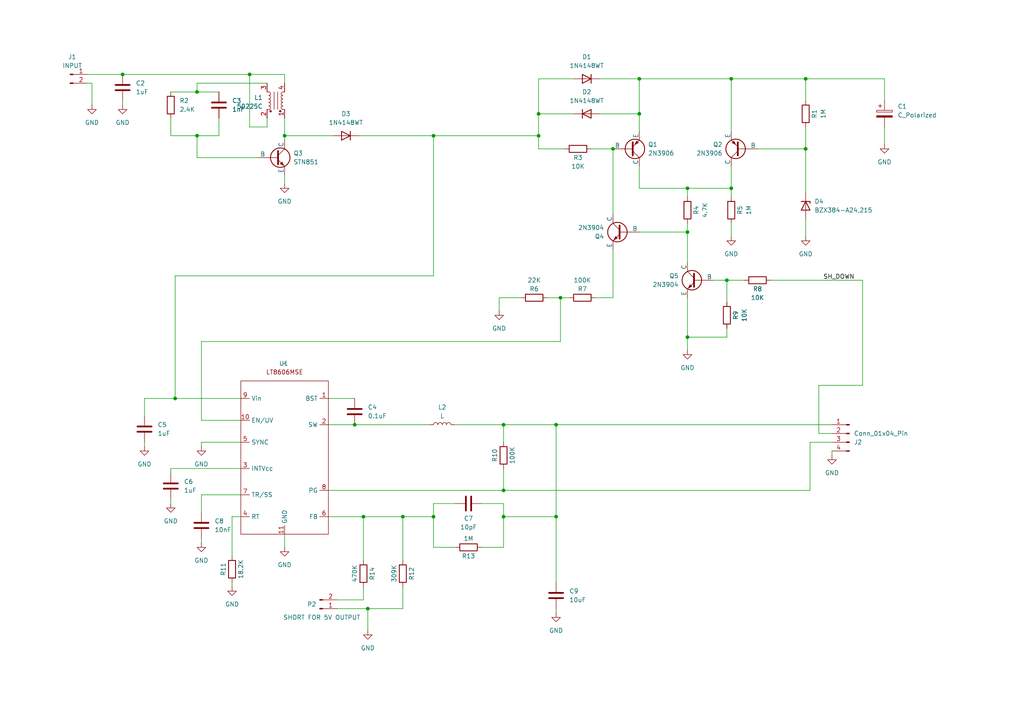
<source format=kicad_sch>
(kicad_sch (version 20231120) (generator "eeschema") (generator_version "8.0")
  (paper "A4")
  (title_block (title "PPP - PicoPowerPlant  ") (date "2024-09-03") (rev "2.0") (company "Solarpunk Lab"))
  (lib_symbols
    (symbol "Connector:Conn_01x02_Pin" (pin_names (offset 1.016) hide)
      (property "Reference" "J" (at 0 2.54 0))
      (property "Value" "Conn_01x02_Pin" (at 0 -5.08 0))
      (symbol "Conn_01x02_Pin_1_1"
        (polyline (pts (xy 1.27 -2.54) (xy 0.8636 -2.54)) (stroke (width 0.1524)))
        (polyline (pts (xy 1.27 0) (xy 0.8636 0)) (stroke (width 0.1524)))
        (rectangle (start 0.8636 -2.413) (end 0 -2.667) (stroke (width 0.1524)) (fill (type outline)))
        (rectangle (start 0.8636 0.127) (end 0 -0.127) (stroke (width 0.1524)) (fill (type outline)))
        (pin passive line (at 5.08 0 180) (length 3.81) (name "Pin_1") (number "1"))
        (pin passive line (at 5.08 -2.54 180) (length 3.81) (name "Pin_2") (number "2"))
      )
    )
    (symbol "Connector:Conn_01x04_Pin" (pin_names (offset 1.016) hide)
      (property "Reference" "J" (at 0 5.08 0))
      (property "Value" "Conn_01x04_Pin" (at 0 -7.62 0))
      (symbol "Conn_01x04_Pin_1_1"
        (polyline (pts (xy 1.27 -5.08) (xy 0.8636 -5.08)) (stroke (width 0.1524)))
        (polyline (pts (xy 1.27 -2.54) (xy 0.8636 -2.54)) (stroke (width 0.1524)))
        (polyline (pts (xy 1.27 0) (xy 0.8636 0)) (stroke (width 0.1524)))
        (polyline (pts (xy 1.27 2.54) (xy 0.8636 2.54)) (stroke (width 0.1524)))
        (rectangle (start 0.8636 -4.953) (end 0 -5.207) (stroke (width 0.1524)) (fill (type outline)))
        (rectangle (start 0.8636 -2.413) (end 0 -2.667) (stroke (width 0.1524)) (fill (type outline)))
        (rectangle (start 0.8636 0.127) (end 0 -0.127) (stroke (width 0.1524)) (fill (type outline)))
        (rectangle (start 0.8636 2.667) (end 0 2.413) (stroke (width 0.1524)) (fill (type outline)))
        (pin passive line (at 5.08 2.54 180) (length 3.81) (name "Pin_1") (number "1"))
        (pin passive line (at 5.08 0 180) (length 3.81) (name "Pin_2") (number "2"))
        (pin passive line (at 5.08 -2.54 180) (length 3.81) (name "Pin_3") (number "3"))
        (pin passive line (at 5.08 -5.08 180) (length 3.81) (name "Pin_4") (number "4"))
      )
    )
    (symbol "Device:C" (pin_numbers hide) (pin_names (offset 0.254))
      (property "Reference" "C" (at 0.635 2.54 0))
      (property "Value" "C" (at 0.635 -2.54 0))
      (symbol "C_0_1"
        (polyline (pts (xy -2.032 -0.762) (xy 2.032 -0.762)) (stroke (width 0.508)))
        (polyline (pts (xy -2.032 0.762) (xy 2.032 0.762)) (stroke (width 0.508)))
      )
      (symbol "C_1_1"
        (pin passive line (at 0 3.81 270) (length 2.794) (name "~") (number "1"))
        (pin passive line (at 0 -3.81 90) (length 2.794) (name "~") (number "2"))
      )
    )
    (symbol "Device:C_Polarized" (pin_numbers hide) (pin_names (offset 0.254))
      (property "Reference" "C" (at 0.635 2.54 0))
      (property "Value" "C_Polarized" (at 0.635 -2.54 0))
      (symbol "C_Polarized_0_1"
        (rectangle (start -2.286 0.508) (end 2.286 1.016))
        (polyline (pts (xy -1.778 2.286) (xy -0.762 2.286)))
        (polyline (pts (xy -1.27 2.794) (xy -1.27 1.778)))
        (rectangle (start 2.286 -0.508) (end -2.286 -1.016) (fill (type outline)))
      )
      (symbol "C_Polarized_1_1"
        (pin passive line (at 0 3.81 270) (length 2.794) (name "~") (number "1"))
        (pin passive line (at 0 -3.81 90) (length 2.794) (name "~") (number "2"))
      )
    )
    (symbol "Device:Filter_EMI_LL_1423" (pin_names hide)
      (property "Reference" "FL" (at 0 4.445 0))
      (property "Value" "Filter_EMI_LL_1423" (at 0 -4.445 0))
      (symbol "Filter_EMI_LL_1423_0_1"
        (circle (center -3.048 -1.27) (radius 0.254) (fill (type outline)))
        (circle (center -3.048 1.524) (radius 0.254) (fill (type outline)))
        (arc (start -2.54 2.032) (mid -2.032 1.5262) (end -1.524 2.032))
        (arc (start -1.524 -2.032) (mid -2.032 -1.5262) (end -2.54 -2.032))
        (arc (start -1.524 2.032) (mid -1.016 1.5262) (end -0.508 2.032))
        (arc (start -0.508 -2.032) (mid -1.016 -1.5262) (end -1.524 -2.032))
        (arc (start -0.508 2.032) (mid 0 1.5262) (end 0.508 2.032))
        (polyline (pts (xy -2.54 -2.032) (xy -2.54 -2.54)))
        (polyline (pts (xy -2.54 0.508) (xy 2.54 0.508)))
        (polyline (pts (xy -2.54 2.032) (xy -2.54 2.54)))
        (polyline (pts (xy 2.54 -2.032) (xy 2.54 -2.54)))
        (polyline (pts (xy 2.54 -0.508) (xy -2.54 -0.508)))
        (polyline (pts (xy 2.54 2.54) (xy 2.54 2.032)))
        (arc (start 0.508 -2.032) (mid 0 -1.5262) (end -0.508 -2.032))
        (arc (start 0.508 2.032) (mid 1.016 1.5262) (end 1.524 2.032))
        (arc (start 1.524 -2.032) (mid 1.016 -1.5262) (end 0.508 -2.032))
        (arc (start 1.524 2.032) (mid 2.032 1.5262) (end 2.54 2.032))
        (arc (start 2.54 -2.032) (mid 2.032 -1.5262) (end 1.524 -2.032))
      )
      (symbol "Filter_EMI_LL_1423_1_1"
        (pin passive line (at -5.08 -2.54 0) (length 2.54) (name "1") (number "1"))
        (pin passive line (at -5.08 2.54 0) (length 2.54) (name "2") (number "2"))
        (pin passive line (at 5.08 2.54 180) (length 2.54) (name "3") (number "3"))
        (pin passive line (at 5.08 -2.54 180) (length 2.54) (name "4") (number "4"))
      )
    )
    (symbol "Device:L" (pin_numbers hide) (pin_names (offset 1.016) hide)
      (property "Reference" "L" (at -1.27 0 90))
      (property "Value" "L" (at 1.905 0 90))
      (symbol "L_0_1"
        (arc (start 0 -2.54) (mid 0.6323 -1.905) (end 0 -1.27))
        (arc (start 0 -1.27) (mid 0.6323 -0.635) (end 0 0))
        (arc (start 0 0) (mid 0.6323 0.635) (end 0 1.27))
        (arc (start 0 1.27) (mid 0.6323 1.905) (end 0 2.54))
      )
      (symbol "L_1_1"
        (pin passive line (at 0 3.81 270) (length 1.27) (name "1") (number "1"))
        (pin passive line (at 0 -3.81 90) (length 1.27) (name "2") (number "2"))
      )
    )
    (symbol "Device:R" (pin_numbers hide) (pin_names (offset 0))
      (property "Reference" "R" (at 2.032 0 90))
      (property "Value" "R" (at 0 0 90))
      (symbol "R_0_1"
        (rectangle (start -1.016 -2.54) (end 1.016 2.54) (stroke (width 0.254)))
      )
      (symbol "R_1_1"
        (pin passive line (at 0 3.81 270) (length 1.27) (name "~") (number "1"))
        (pin passive line (at 0 -3.81 90) (length 1.27) (name "~") (number "2"))
      )
    )
    (symbol "Diode:1N4148WT" (pin_numbers hide) (pin_names hide)
      (property "Reference" "D" (at 0 2.54 0))
      (property "Value" "1N4148WT" (at 0 -2.54 0))
      (symbol "1N4148WT_0_1"
        (polyline (pts (xy -1.27 1.27) (xy -1.27 -1.27)) (stroke (width 0.254)))
        (polyline (pts (xy 1.27 0) (xy -1.27 0)))
        (polyline (pts (xy 1.27 1.27) (xy 1.27 -1.27) (xy -1.27 0) (xy 1.27 1.27)) (stroke (width 0.254)))
      )
      (symbol "1N4148WT_1_1"
        (pin passive line (at -3.81 0 0) (length 2.54) (name "K") (number "1"))
        (pin passive line (at 3.81 0 180) (length 2.54) (name "A") (number "2"))
      )
    )
    (symbol "Diode:BZX384xxxx" (pin_numbers hide) (pin_names hide)
      (property "Reference" "D" (at 0 2.54 0))
      (property "Value" "BZX384xxxx" (at 0 -2.54 0))
      (symbol "BZX384xxxx_0_1"
        (polyline (pts (xy 1.27 0) (xy -1.27 0)))
        (polyline (pts (xy -1.27 -1.27) (xy -1.27 1.27) (xy -0.762 1.27)) (stroke (width 0.254)))
        (polyline (pts (xy 1.27 -1.27) (xy 1.27 1.27) (xy -1.27 0) (xy 1.27 -1.27)) (stroke (width 0.254)))
      )
      (symbol "BZX384xxxx_1_1"
        (pin passive line (at -3.81 0 0) (length 2.54) (name "K") (number "1"))
        (pin passive line (at 3.81 0 180) (length 2.54) (name "A") (number "2"))
      )
    )
    (symbol "NPN_1" (pin_numbers hide) (pin_names (offset 0))
      (property "Reference" "Q3" (at 5.08 1.2701 0))
      (property "Value" "STN851" (at 5.08 -1.2699 0))
      (symbol "NPN_1_0_1"
        (polyline (pts (xy -2.54 0) (xy 0.635 0)) (stroke (width 0.1524)))
        (polyline (pts (xy 0.635 0.635) (xy 2.54 2.54)))
        (polyline (pts (xy 2.794 -1.27) (xy 2.794 -1.27)) (stroke (width 0.1524)))
        (polyline (pts (xy 2.794 -1.27) (xy 2.794 -1.27)) (stroke (width 0.1524)))
        (polyline (pts (xy 0.635 -0.635) (xy 2.54 -2.54) (xy 2.54 -2.54)))
        (polyline (pts (xy 0.635 1.905) (xy 0.635 -1.905) (xy 0.635 -1.905)) (stroke (width 0.508)))
        (polyline (pts (xy 1.27 -1.778) (xy 1.778 -1.27) (xy 2.286 -2.286) (xy 1.27 -1.778) (xy 1.27 -1.778)) (fill (type outline)))
        (circle (center 1.27 0) (radius 2.8194) (stroke (width 0.254)))
      )
      (symbol "NPN_1_1_1"
        (pin input line (at -5.08 0 0) (length 2.54) (name "B") (number "1"))
        (pin open_collector line (at 2.54 5.08 270) (length 2.54) (name "C") (number "2"))
        (pin open_emitter line (at 2.54 -5.08 90) (length 2.54) (name "E") (number "3"))
      )
    )
    (symbol "Regulator_Switching:LT8606MSEX"
      (property "Reference" "U1" (at 0 0 0))
      (property "Value" "~" (at 0 0 0))
      (symbol "LT8606MSEX_0_1"
        (rectangle (start -12.7 20.32) (end 12.7 -24.13))
      )
      (symbol "LT8606MSEX_1_1"
        (text "LT8606MSE" (at 0 22.86 0) (effects (font (size 1.27 1.27))))
        (pin input line (at 12.7 15.24 180) (length 2.54) (name "BST") (number "1"))
        (pin input line (at -12.7 8.89 0) (length 2.54) (name "EN/UV") (number "10"))
        (pin input line (at 0 -24.13 90) (length 2.54) (name "GND") (number "11"))
        (pin input line (at 12.7 7.62 180) (length 2.54) (name "SW") (number "2"))
        (pin input line (at -12.7 -5.08 0) (length 2.54) (name "INTVcc") (number "3"))
        (pin input line (at -12.7 -19.05 0) (length 2.54) (name "RT") (number "4"))
        (pin input line (at -12.7 2.54 0) (length 2.54) (name "SYNC") (number "5"))
        (pin input line (at 12.7 -19.05 180) (length 2.54) (name "FB") (number "6"))
        (pin input line (at -12.7 -12.7 0) (length 2.54) (name "TR/SS") (number "7"))
        (pin input line (at 12.7 -11.43 180) (length 2.54) (name "PG") (number "8"))
        (pin input line (at -12.7 15.24 0) (length 2.54) (name "Vin") (number "9"))
      )
    )
    (symbol "Simulation_SPICE:NPN" (pin_numbers hide) (pin_names (offset 0))
      (property "Reference" "Q" (at -2.54 7.62 0))
      (property "Value" "NPN" (at -2.54 5.08 0))
      (symbol "NPN_0_1"
        (polyline (pts (xy -2.54 0) (xy 0.635 0)) (stroke (width 0.1524)))
        (polyline (pts (xy 0.635 0.635) (xy 2.54 2.54)))
        (polyline (pts (xy 2.794 -1.27) (xy 2.794 -1.27)) (stroke (width 0.1524)))
        (polyline (pts (xy 2.794 -1.27) (xy 2.794 -1.27)) (stroke (width 0.1524)))
        (polyline (pts (xy 0.635 -0.635) (xy 2.54 -2.54) (xy 2.54 -2.54)))
        (polyline (pts (xy 0.635 1.905) (xy 0.635 -1.905) (xy 0.635 -1.905)) (stroke (width 0.508)))
        (polyline (pts (xy 1.27 -1.778) (xy 1.778 -1.27) (xy 2.286 -2.286) (xy 1.27 -1.778) (xy 1.27 -1.778)) (fill (type outline)))
        (circle (center 1.27 0) (radius 2.8194) (stroke (width 0.254)))
      )
      (symbol "NPN_1_1"
        (pin open_collector line (at 2.54 5.08 270) (length 2.54) (name "C") (number "1"))
        (pin input line (at -5.08 0 0) (length 2.54) (name "B") (number "2"))
        (pin open_emitter line (at 2.54 -5.08 90) (length 2.54) (name "E") (number "3"))
      )
    )
    (symbol "Simulation_SPICE:PNP" (pin_numbers hide) (pin_names (offset 0))
      (property "Reference" "Q" (at -2.54 7.62 0))
      (property "Value" "PNP" (at -2.54 5.08 0))
      (symbol "PNP_0_1"
        (polyline (pts (xy -2.54 0) (xy 0.635 0)) (stroke (width 0.1524)))
        (polyline (pts (xy 0.635 0.635) (xy 2.54 2.54)))
        (polyline (pts (xy 0.635 -0.635) (xy 2.54 -2.54) (xy 2.54 -2.54)))
        (polyline (pts (xy 0.635 1.905) (xy 0.635 -1.905) (xy 0.635 -1.905)) (stroke (width 0.508)))
        (polyline (pts (xy 2.286 -1.778) (xy 1.778 -2.286) (xy 1.27 -1.27) (xy 2.286 -1.778) (xy 2.286 -1.778)) (fill (type outline)))
        (circle (center 1.27 0) (radius 2.8194) (stroke (width 0.254)))
      )
      (symbol "PNP_1_1"
        (pin open_collector line (at 2.54 5.08 270) (length 2.54) (name "C") (number "1"))
        (pin input line (at -5.08 0 0) (length 2.54) (name "B") (number "2"))
        (pin open_emitter line (at 2.54 -5.08 90) (length 2.54) (name "E") (number "3"))
      )
    )
    (symbol "power:GND" (power) (pin_numbers hide) (pin_names (offset 0) hide)
      (property "Value" "GND" (at 0 -3.81 0))
      (symbol "GND_0_1"
        (polyline (pts (xy 0 0) (xy 0 -1.27) (xy 1.27 -1.27) (xy 0 -2.54) (xy -1.27 -1.27) (xy 0 -1.27)))
      )
      (symbol "GND_1_1"
        (pin power_in line (at 0 0 270) (length 0) (name "~") (number "1"))
      )
    )
  )
  (junction (at 125.73 39.37))
  (junction (at 82.55 39.37))
  (junction (at 156.21 39.37))
  (junction (at 199.39 67.31))
  (junction (at 125.73 149.86))
  (junction (at 199.39 54.61))
  (junction (at 161.29 123.19))
  (junction (at 105.41 149.86))
  (junction (at 35.56 21.59))
  (junction (at 185.42 33.02))
  (junction (at 72.39 21.59))
  (junction (at 156.21 33.02))
  (junction (at 212.09 22.86))
  (junction (at 233.68 22.86))
  (junction (at 50.8 115.57))
  (junction (at 57.15 39.37))
  (junction (at 233.68 43.18))
  (junction (at 146.05 149.86))
  (junction (at 102.87 123.19))
  (junction (at 210.82 81.28))
  (junction (at 177.8 43.18))
  (junction (at 185.42 22.86))
  (junction (at 57.15 26.67))
  (junction (at 212.09 54.61))
  (junction (at 116.84 149.86))
  (junction (at 162.56 86.36))
  (junction (at 146.05 142.24))
  (junction (at 106.68 176.53))
  (junction (at 199.39 97.79))
  (junction (at 146.05 123.19))
  (junction (at 161.29 149.86))
  (wire (pts (xy 116.84 176.53) (xy 106.68 176.53)))
  (wire (pts (xy 185.42 22.86) (xy 185.42 33.02)))
  (wire (pts (xy 237.49 111.76) (xy 237.49 125.73)))
  (wire (pts (xy 241.3 123.19) (xy 161.29 123.19)))
  (wire (pts (xy 63.5 34.29) (xy 63.5 39.37)))
  (wire (pts (xy 185.42 33.02) (xy 185.42 38.1)))
  (wire (pts (xy 50.8 80.01) (xy 125.73 80.01)))
  (wire (pts (xy 125.73 39.37) (xy 125.73 80.01)))
  (wire (pts (xy 210.82 81.28) (xy 215.9 81.28)))
  (wire (pts (xy 146.05 128.27) (xy 146.05 123.19)))
  (wire (pts (xy 49.53 39.37) (xy 49.53 34.29)))
  (wire (pts (xy 199.39 67.31) (xy 199.39 76.2)))
  (wire (pts (xy 67.31 170.18) (xy 67.31 168.91)))
  (wire (pts (xy 156.21 22.86) (xy 156.21 33.02)))
  (wire (pts (xy 156.21 43.18) (xy 163.83 43.18)))
  (wire (pts (xy 116.84 149.86) (xy 125.73 149.86)))
  (wire (pts (xy 165.1 86.36) (xy 162.56 86.36)))
  (wire (pts (xy 82.55 34.29) (xy 82.55 39.37)))
  (wire (pts (xy 199.39 64.77) (xy 199.39 67.31)))
  (wire (pts (xy 41.91 115.57) (xy 50.8 115.57)))
  (wire (pts (xy 212.09 22.86) (xy 233.68 22.86)))
  (wire (pts (xy 49.53 146.05) (xy 49.53 144.78)))
  (wire (pts (xy 26.67 24.13) (xy 26.67 30.48)))
  (wire (pts (xy 166.37 22.86) (xy 156.21 22.86)))
  (wire (pts (xy 125.73 146.05) (xy 125.73 149.86)))
  (wire (pts (xy 146.05 142.24) (xy 95.25 142.24)))
  (wire (pts (xy 156.21 39.37) (xy 156.21 43.18)))
  (wire (pts (xy 25.4 24.13) (xy 26.67 24.13)))
  (wire (pts (xy 161.29 177.8) (xy 161.29 176.53)))
  (wire (pts (xy 72.39 21.59) (xy 35.56 21.59)))
  (wire (pts (xy 161.29 123.19) (xy 146.05 123.19)))
  (wire (pts (xy 116.84 162.56) (xy 116.84 149.86)))
  (wire (pts (xy 210.82 97.79) (xy 199.39 97.79)))
  (wire (pts (xy 219.71 43.18) (xy 233.68 43.18)))
  (wire (pts (xy 102.87 115.57) (xy 95.25 115.57)))
  (wire (pts (xy 250.19 111.76) (xy 237.49 111.76)))
  (wire (pts (xy 212.09 54.61) (xy 199.39 54.61)))
  (wire (pts (xy 199.39 101.6) (xy 199.39 97.79)))
  (wire (pts (xy 25.4 21.59) (xy 35.56 21.59)))
  (wire (pts (xy 144.78 86.36) (xy 151.13 86.36)))
  (wire (pts (xy 185.42 22.86) (xy 173.99 22.86)))
  (wire (pts (xy 237.49 125.73) (xy 241.3 125.73)))
  (wire (pts (xy 67.31 161.29) (xy 67.31 149.86)))
  (wire (pts (xy 177.8 43.18) (xy 177.8 62.23)))
  (wire (pts (xy 212.09 68.58) (xy 212.09 64.77)))
  (wire (pts (xy 256.54 22.86) (xy 256.54 29.21)))
  (wire (pts (xy 256.54 41.91) (xy 256.54 36.83)))
  (wire (pts (xy 77.47 34.29) (xy 77.47 36.83)))
  (wire (pts (xy 233.68 43.18) (xy 233.68 55.88)))
  (wire (pts (xy 146.05 158.75) (xy 139.7 158.75)))
  (wire (pts (xy 57.15 26.67) (xy 63.5 26.67)))
  (wire (pts (xy 241.3 128.27) (xy 234.95 128.27)))
  (wire (pts (xy 185.42 67.31) (xy 199.39 67.31)))
  (wire (pts (xy 234.95 128.27) (xy 234.95 142.24)))
  (wire (pts (xy 63.5 39.37) (xy 57.15 39.37)))
  (wire (pts (xy 82.55 21.59) (xy 72.39 21.59)))
  (wire (pts (xy 199.39 57.15) (xy 199.39 54.61)))
  (wire (pts (xy 125.73 39.37) (xy 156.21 39.37)))
  (wire (pts (xy 49.53 135.89) (xy 49.53 137.16)))
  (wire (pts (xy 146.05 149.86) (xy 161.29 149.86)))
  (wire (pts (xy 125.73 158.75) (xy 132.08 158.75)))
  (wire (pts (xy 105.41 170.18) (xy 105.41 173.99)))
  (wire (pts (xy 96.52 39.37) (xy 82.55 39.37)))
  (wire (pts (xy 161.29 123.19) (xy 161.29 149.86)))
  (wire (pts (xy 146.05 135.89) (xy 146.05 142.24)))
  (wire (pts (xy 125.73 149.86) (xy 125.73 158.75)))
  (wire (pts (xy 161.29 149.86) (xy 161.29 168.91)))
  (wire (pts (xy 106.68 176.53) (xy 106.68 182.88)))
  (wire (pts (xy 146.05 123.19) (xy 132.08 123.19)))
  (wire (pts (xy 156.21 33.02) (xy 156.21 39.37)))
  (wire (pts (xy 212.09 22.86) (xy 212.09 38.1)))
  (wire (pts (xy 105.41 162.56) (xy 105.41 149.86)))
  (wire (pts (xy 104.14 39.37) (xy 125.73 39.37)))
  (wire (pts (xy 207.01 81.28) (xy 210.82 81.28)))
  (wire (pts (xy 185.42 22.86) (xy 212.09 22.86)))
  (wire (pts (xy 105.41 149.86) (xy 116.84 149.86)))
  (wire (pts (xy 69.85 135.89) (xy 49.53 135.89)))
  (wire (pts (xy 233.68 29.21) (xy 233.68 22.86)))
  (wire (pts (xy 69.85 121.92) (xy 58.42 121.92)))
  (wire (pts (xy 173.99 33.02) (xy 185.42 33.02)))
  (wire (pts (xy 102.87 123.19) (xy 124.46 123.19)))
  (wire (pts (xy 57.15 39.37) (xy 49.53 39.37)))
  (wire (pts (xy 116.84 170.18) (xy 116.84 176.53)))
  (wire (pts (xy 58.42 128.27) (xy 58.42 129.54)))
  (wire (pts (xy 77.47 24.13) (xy 57.15 24.13)))
  (wire (pts (xy 233.68 22.86) (xy 256.54 22.86)))
  (wire (pts (xy 58.42 157.48) (xy 58.42 156.21)))
  (wire (pts (xy 177.8 86.36) (xy 172.72 86.36)))
  (wire (pts (xy 82.55 39.37) (xy 82.55 40.64)))
  (wire (pts (xy 50.8 115.57) (xy 69.85 115.57)))
  (wire (pts (xy 58.42 99.06) (xy 162.56 99.06)))
  (wire (pts (xy 77.47 36.83) (xy 72.39 36.83)))
  (wire (pts (xy 95.25 149.86) (xy 105.41 149.86)))
  (wire (pts (xy 233.68 68.58) (xy 233.68 63.5)))
  (wire (pts (xy 212.09 48.26) (xy 212.09 54.61)))
  (wire (pts (xy 139.7 146.05) (xy 146.05 146.05)))
  (wire (pts (xy 35.56 30.48) (xy 35.56 29.21)))
  (wire (pts (xy 166.37 33.02) (xy 156.21 33.02)))
  (wire (pts (xy 146.05 149.86) (xy 146.05 158.75)))
  (wire (pts (xy 57.15 45.72) (xy 57.15 39.37)))
  (wire (pts (xy 72.39 36.83) (xy 72.39 21.59)))
  (wire (pts (xy 177.8 43.18) (xy 171.45 43.18)))
  (wire (pts (xy 162.56 99.06) (xy 162.56 86.36)))
  (wire (pts (xy 106.68 176.53) (xy 97.79 176.53)))
  (wire (pts (xy 49.53 26.67) (xy 57.15 26.67)))
  (wire (pts (xy 212.09 54.61) (xy 212.09 57.15)))
  (wire (pts (xy 69.85 143.51) (xy 58.42 143.51)))
  (wire (pts (xy 199.39 97.79) (xy 199.39 86.36)))
  (wire (pts (xy 234.95 142.24) (xy 146.05 142.24)))
  (wire (pts (xy 177.8 72.39) (xy 177.8 86.36)))
  (wire (pts (xy 233.68 36.83) (xy 233.68 43.18)))
  (wire (pts (xy 67.31 149.86) (xy 69.85 149.86)))
  (wire (pts (xy 58.42 121.92) (xy 58.42 99.06)))
  (wire (pts (xy 41.91 115.57) (xy 41.91 120.65)))
  (wire (pts (xy 223.52 81.28) (xy 250.19 81.28)))
  (wire (pts (xy 41.91 129.54) (xy 41.91 128.27)))
  (wire (pts (xy 58.42 143.51) (xy 58.42 148.59)))
  (wire (pts (xy 69.85 128.27) (xy 58.42 128.27)))
  (wire (pts (xy 144.78 86.36) (xy 144.78 90.17)))
  (wire (pts (xy 185.42 54.61) (xy 185.42 48.26)))
  (wire (pts (xy 250.19 81.28) (xy 250.19 111.76)))
  (wire (pts (xy 82.55 53.34) (xy 82.55 50.8)))
  (wire (pts (xy 132.08 146.05) (xy 125.73 146.05)))
  (wire (pts (xy 82.55 158.75) (xy 82.55 154.94)))
  (wire (pts (xy 241.3 132.08) (xy 241.3 130.81)))
  (wire (pts (xy 57.15 24.13) (xy 57.15 26.67)))
  (wire (pts (xy 162.56 86.36) (xy 158.75 86.36)))
  (wire (pts (xy 210.82 95.25) (xy 210.82 97.79)))
  (wire (pts (xy 50.8 80.01) (xy 50.8 115.57)))
  (wire (pts (xy 146.05 146.05) (xy 146.05 149.86)))
  (wire (pts (xy 95.25 123.19) (xy 102.87 123.19)))
  (wire (pts (xy 199.39 54.61) (xy 185.42 54.61)))
  (wire (pts (xy 82.55 24.13) (xy 82.55 21.59)))
  (wire (pts (xy 105.41 173.99) (xy 97.79 173.99)))
  (wire (pts (xy 210.82 81.28) (xy 210.82 87.63)))
  (wire (pts (xy 74.93 45.72) (xy 57.15 45.72)))
  (label "SH_DOWN" (at 238.76 81.28 0))
  (symbol (lib_id "Connector:Conn_01x02_Pin") (at 92.71 176.53 0) (mirror x) (unit 1)
    (property "Reference" "P2" (at 90.424 175.26 0))
    (property "Value" "SHORT FOR 5V OUTPUT" (at 93.345 179.07 0))
    (property "Footprint" "Jumper:SolderJumper-2_P1.3mm_Open_RoundedPad1.0x1.5mm" (effects (hide yes)))
    (property "Description" "Generic connector, single row, 01x02, script generated" (effects (hide yes)))
  )
  (symbol (lib_id "Device:C") (at 63.5 30.48 0) (unit 1)
    (property "Reference" "C3" (at 67.31 29.2099 0) (effects (justify left)))
    (property "Value" "1nF" (at 67.31 31.7499 0) (effects (justify left)))
    (property "Footprint" "Capacitor_SMD:C_0805_2012Metric_Pad1.18x1.45mm_HandSolder" (effects (hide yes)))
    (property "Description" "Unpolarized capacitor" (effects (hide yes)))
  )
  (symbol (lib_id "Device:R") (at 146.05 132.08 0) (unit 1)
    (property "Reference" "R10" (at 143.51 132.08 90))
    (property "Value" "100K" (at 148.59 132.08 90))
    (property "Footprint" "Resistor_SMD:R_0805_2012Metric_Pad1.20x1.40mm_HandSolder" (effects (hide yes)))
    (property "Description" "Resistor" (effects (hide yes)))
  )
  (symbol (lib_id "Regulator_Switching:LT8606MSEX") (at 82.55 130.81 0) (unit 1)
    (property "Reference" "U1" (at 82.296 105.41 0))
    (property "Value" "~" (at 82.55 105.41 0))
    (property "Footprint" "Package_SO:LT8606-MSOP-10-3x3mm" (effects (hide yes)))
  )
  (symbol (lib_id "Device:R") (at 105.41 166.37 180) (unit 1)
    (property "Reference" "R14" (at 107.95 166.37 90))
    (property "Value" "470K" (at 102.87 166.37 90))
    (property "Footprint" "Resistor_SMD:R_0805_2012Metric_Pad1.20x1.40mm_HandSolder" (effects (hide yes)))
    (property "Description" "Resistor" (effects (hide yes)))
  )
  (symbol (lib_id "Device:L") (at 128.27 123.19 90) (unit 1)
    (property "Reference" "L2" (at 128.27 118.11 90))
    (property "Value" "L" (at 128.27 120.65 90))
    (property "Footprint" "Inductor_SMD:L_1210_3225Metric_Pad1.42x2.65mm_HandSolder" (effects (hide yes)))
    (property "Description" "Inductor" (effects (hide yes)))
  )
  (symbol (lib_id "Device:R") (at 167.64 43.18 90) (unit 1)
    (property "Reference" "R3" (at 167.64 45.72 90))
    (property "Value" "10K" (at 167.64 48.26 90))
    (property "Footprint" "Resistor_SMD:R_0805_2012Metric_Pad1.20x1.40mm_HandSolder" (effects (hide yes)))
    (property "Description" "Resistor" (effects (hide yes)))
  )
  (symbol (lib_id "Device:C_Polarized") (at 256.54 33.02 0) (unit 1)
    (property "Reference" "C1" (at 260.35 30.8609 0) (effects (justify left)))
    (property "Value" "C_Polarized" (at 260.35 33.4009 0) (effects (justify left)))
    (property "Footprint" "Capacitor_THT:CP_Radial_D25.0mm_P10.00mm_SnapIn" (effects (hide yes)))
    (property "Description" "Polarized capacitor" (effects (hide yes)))
  )
  (symbol (lib_id "power:GND") (at 41.91 129.54 0) (unit 1)
    (property "Reference" "#PWR011" (effects (hide yes)))
    (property "Value" "GND" (at 41.91 134.62 0))
    (property "Description" "Power symbol creates a global label with name \"GND\" , ground" (effects (hide yes)))
  )
  (symbol (lib_id "Connector:Conn_01x04_Pin") (at 246.38 125.73 0) (mirror y) (unit 1)
    (property "Reference" "J2" (at 247.65 128.2701 0) (effects (justify right)))
    (property "Value" "Conn_01x04_Pin" (at 247.65 125.7301 0) (effects (justify right)))
    (property "Footprint" "Connector_PinHeader_2.54mm:PinHeader_1x04_P2.54mm_Vertical" (effects (hide yes)))
    (property "Description" "Generic connector, single row, 01x04, script generated" (effects (hide yes)))
  )
  (symbol (lib_id "Device:C") (at 135.89 146.05 90) (unit 1)
    (property "Reference" "C7" (at 135.89 150.368 90))
    (property "Value" "10pF" (at 135.89 152.908 90))
    (property "Footprint" "Capacitor_SMD:C_0805_2012Metric_Pad1.18x1.45mm_HandSolder" (effects (hide yes)))
    (property "Description" "Unpolarized capacitor" (effects (hide yes)))
  )
  (symbol (lib_id "Simulation_SPICE:PNP") (at 214.63 43.18 180) (unit 1)
    (property "Reference" "Q2" (at 209.55 41.9099 0) (effects (justify left)))
    (property "Value" "2N3906" (at 209.55 44.4499 0) (effects (justify left)))
    (property "Footprint" "Package_TO_SOT_SMD:SOT-23-MMBT3904" (effects (hide yes)))
    (property "Datasheet" "https://ngspice.sourceforge.io/docs/ngspice-html-manual/manual.xhtml#cha_BJTs" (effects (hide yes)))
    (property "Description" "Bipolar transistor symbol for simulation only, substrate tied to the emitter" (effects (hide yes)))
    (property "Sim.Device" "PNP" (effects (hide yes)))
    (property "Sim.Type" "GUMMELPOON" (effects (hide yes)))
    (property "Sim.Pins" "1=C 2=B 3=E" (effects (hide yes)))
  )
  (symbol (lib_id "Device:R") (at 116.84 166.37 180) (unit 1)
    (property "Reference" "R12" (at 119.38 166.37 90))
    (property "Value" "309K" (at 114.3 166.37 90))
    (property "Footprint" "Resistor_SMD:R_0805_2012Metric_Pad1.20x1.40mm_HandSolder" (effects (hide yes)))
    (property "Description" "Resistor" (effects (hide yes)))
  )
  (symbol (lib_id "power:GND") (at 161.29 177.8 0) (unit 1)
    (property "Reference" "#PWR015" (effects (hide yes)))
    (property "Value" "GND" (at 161.29 182.88 0))
    (property "Description" "Power symbol creates a global label with name \"GND\" , ground" (effects (hide yes)))
  )
  (symbol (lib_id "Device:R") (at 67.31 165.1 0) (unit 1)
    (property "Reference" "R11" (at 64.77 165.1 90))
    (property "Value" "18.2K" (at 69.85 165.1 90))
    (property "Footprint" "Resistor_SMD:R_0805_2012Metric_Pad1.20x1.40mm_HandSolder" (effects (hide yes)))
    (property "Description" "Resistor" (effects (hide yes)))
  )
  (symbol (lib_id "Device:R") (at 219.71 81.28 90) (unit 1)
    (property "Reference" "R8" (at 219.71 83.82 90))
    (property "Value" "10K" (at 219.71 86.36 90))
    (property "Footprint" "Resistor_SMD:R_0805_2012Metric_Pad1.20x1.40mm_HandSolder" (effects (hide yes)))
    (property "Description" "Resistor" (effects (hide yes)))
  )
  (symbol (lib_id "power:GND") (at 199.39 101.6 0) (unit 1)
    (property "Reference" "#PWR07" (effects (hide yes)))
    (property "Value" "GND" (at 199.39 106.68 0))
    (property "Description" "Power symbol creates a global label with name \"GND\" , ground" (effects (hide yes)))
  )
  (symbol (lib_id "Simulation_SPICE:PNP") (at 182.88 43.18 0) (mirror x) (unit 1)
    (property "Reference" "Q1" (at 187.96 41.9099 0) (effects (justify left)))
    (property "Value" "2N3906" (at 187.96 44.4499 0) (effects (justify left)))
    (property "Footprint" "Package_TO_SOT_SMD:SOT-23-MMBT3904" (effects (hide yes)))
    (property "Datasheet" "https://ngspice.sourceforge.io/docs/ngspice-html-manual/manual.xhtml#cha_BJTs" (effects (hide yes)))
    (property "Description" "Bipolar transistor symbol for simulation only, substrate tied to the emitter" (effects (hide yes)))
    (property "Sim.Device" "PNP" (effects (hide yes)))
    (property "Sim.Type" "GUMMELPOON" (effects (hide yes)))
    (property "Sim.Pins" "1=C 2=B 3=E" (effects (hide yes)))
  )
  (symbol (lib_id "Device:R") (at 233.68 33.02 180) (unit 1)
    (property "Reference" "R1" (at 236.22 33.02 90))
    (property "Value" "1M" (at 238.76 33.02 90))
    (property "Footprint" "Resistor_SMD:R_0805_2012Metric_Pad1.20x1.40mm_HandSolder" (effects (hide yes)))
    (property "Description" "Resistor" (effects (hide yes)))
  )
  (symbol (lib_id "Diode:BZX384xxxx") (at 233.68 59.69 270) (unit 1)
    (property "Reference" "D4" (at 236.22 58.4199 90) (effects (justify left)))
    (property "Value" "BZX384-A24,215" (at 236.22 60.9599 90) (effects (justify left)))
    (property "Footprint" "Package_TO_SOT_SMD:SOT-23-BZX84" (effects (hide yes)))
    (property "Datasheet" "https://www.vishay.com/docs/85764/bzx384.pdf" (effects (hide yes)))
    (property "Description" "300mW Zener Diode, SOD-323" (effects (hide yes)))
  )
  (symbol (lib_id "Simulation_SPICE:NPN") (at 180.34 67.31 0) (mirror y) (unit 1)
    (property "Reference" "Q4" (at 175.26 68.5801 0) (effects (justify left)))
    (property "Value" "2N3904" (at 175.26 66.0401 0) (effects (justify left)))
    (property "Footprint" "Package_TO_SOT_SMD:SOT-23-MMBT3904" (effects (hide yes)))
    (property "Datasheet" "https://ngspice.sourceforge.io/docs/ngspice-html-manual/manual.xhtml#cha_BJTs" (effects (hide yes)))
    (property "Description" "Bipolar transistor symbol for simulation only, substrate tied to the emitter" (effects (hide yes)))
    (property "Sim.Device" "NPN" (effects (hide yes)))
    (property "Sim.Type" "GUMMELPOON" (effects (hide yes)))
    (property "Sim.Pins" "1=C 2=B 3=E" (effects (hide yes)))
  )
  (symbol (lib_id "power:GND") (at 212.09 68.58 0) (unit 1)
    (property "Reference" "#PWR04" (effects (hide yes)))
    (property "Value" "GND" (at 212.09 73.66 0))
    (property "Description" "Power symbol creates a global label with name \"GND\" , ground" (effects (hide yes)))
  )
  (symbol (lib_id "Device:C") (at 49.53 140.97 0) (unit 1)
    (property "Reference" "C6" (at 53.34 139.6999 0) (effects (justify left)))
    (property "Value" "1uF" (at 53.34 142.2399 0) (effects (justify left)))
    (property "Footprint" "Capacitor_SMD:C_0805_2012Metric_Pad1.18x1.45mm_HandSolder" (effects (hide yes)))
    (property "Description" "Unpolarized capacitor" (effects (hide yes)))
  )
  (symbol (lib_id "power:GND") (at 82.55 158.75 0) (unit 1)
    (property "Reference" "#PWR09" (effects (hide yes)))
    (property "Value" "GND" (at 82.55 163.83 0))
    (property "Description" "Power symbol creates a global label with name \"GND\" , ground" (effects (hide yes)))
  )
  (symbol (lib_id "Device:C") (at 161.29 172.72 0) (unit 1)
    (property "Reference" "C9" (at 165.1 171.4499 0) (effects (justify left)))
    (property "Value" "10uF" (at 165.1 173.9899 0) (effects (justify left)))
    (property "Footprint" "Capacitor_SMD:C_1206_3216Metric_Pad1.33x1.80mm_HandSolder" (effects (hide yes)))
    (property "Description" "Unpolarized capacitor" (effects (hide yes)))
  )
  (symbol (lib_id "power:GND") (at 67.31 170.18 0) (unit 1)
    (property "Reference" "#PWR014" (effects (hide yes)))
    (property "Value" "GND" (at 67.31 175.26 0))
    (property "Description" "Power symbol creates a global label with name \"GND\" , ground" (effects (hide yes)))
  )
  (symbol (lib_id "Simulation_SPICE:NPN") (at 201.93 81.28 0) (mirror y) (unit 1)
    (property "Reference" "Q5" (at 196.85 80.0099 0) (effects (justify left)))
    (property "Value" "2N3904" (at 196.85 82.5499 0) (effects (justify left)))
    (property "Footprint" "Package_TO_SOT_SMD:SOT-23-MMBT3904" (effects (hide yes)))
    (property "Datasheet" "https://ngspice.sourceforge.io/docs/ngspice-html-manual/manual.xhtml#cha_BJTs" (effects (hide yes)))
    (property "Description" "Bipolar transistor symbol for simulation only, substrate tied to the emitter" (effects (hide yes)))
    (property "Sim.Device" "NPN" (effects (hide yes)))
    (property "Sim.Type" "GUMMELPOON" (effects (hide yes)))
    (property "Sim.Pins" "1=C 2=B 3=E" (effects (hide yes)))
  )
  (symbol (lib_id "Device:R") (at 168.91 86.36 270) (unit 1)
    (property "Reference" "R7" (at 168.91 83.82 90))
    (property "Value" "100K" (at 168.91 81.28 90))
    (property "Footprint" "Resistor_SMD:R_0805_2012Metric_Pad1.20x1.40mm_HandSolder" (effects (hide yes)))
    (property "Description" "Resistor" (effects (hide yes)))
  )
  (symbol (lib_id "Device:C") (at 102.87 119.38 0) (unit 1)
    (property "Reference" "C4" (at 106.68 118.1099 0) (effects (justify left)))
    (property "Value" "0.1uF" (at 106.68 120.6499 0) (effects (justify left)))
    (property "Footprint" "Capacitor_SMD:C_0805_2012Metric_Pad1.18x1.45mm_HandSolder" (effects (hide yes)))
    (property "Description" "Unpolarized capacitor" (effects (hide yes)))
  )
  (symbol (lib_id "power:GND") (at 82.55 53.34 0) (unit 1)
    (property "Reference" "#PWR02" (effects (hide yes)))
    (property "Value" "GND" (at 82.55 58.42 0))
    (property "Description" "Power symbol creates a global label with name \"GND\" , ground" (effects (hide yes)))
  )
  (symbol (lib_id "Device:R") (at 212.09 60.96 180) (unit 1)
    (property "Reference" "R5" (at 214.63 60.96 90))
    (property "Value" "1M" (at 217.17 60.96 90))
    (property "Footprint" "Resistor_SMD:R_0805_2012Metric_Pad1.20x1.40mm_HandSolder" (effects (hide yes)))
    (property "Description" "Resistor" (effects (hide yes)))
  )
  (symbol (lib_id "Device:R") (at 210.82 91.44 180) (unit 1)
    (property "Reference" "R9" (at 213.36 91.44 90))
    (property "Value" "10K" (at 215.9 91.44 90))
    (property "Footprint" "Resistor_SMD:R_0805_2012Metric_Pad1.20x1.40mm_HandSolder" (effects (hide yes)))
    (property "Description" "Resistor" (effects (hide yes)))
  )
  (symbol (lib_id "power:GND") (at 35.56 30.48 0) (unit 1)
    (property "Reference" "#PWR03" (effects (hide yes)))
    (property "Value" "GND" (at 35.56 35.56 0))
    (property "Description" "Power symbol creates a global label with name \"GND\" , ground" (effects (hide yes)))
  )
  (symbol (lib_id "power:GND") (at 26.67 30.48 0) (unit 1)
    (property "Reference" "#PWR01" (effects (hide yes)))
    (property "Value" "GND" (at 26.67 35.56 0))
    (property "Description" "Power symbol creates a global label with name \"GND\" , ground" (effects (hide yes)))
  )
  (symbol (lib_id "power:GND") (at 49.53 146.05 0) (unit 1)
    (property "Reference" "#PWR012" (effects (hide yes)))
    (property "Value" "GND" (at 49.53 151.13 0))
    (property "Description" "Power symbol creates a global label with name \"GND\" , ground" (effects (hide yes)))
  )
  (symbol (lib_id "power:GND") (at 256.54 41.91 0) (unit 1)
    (property "Reference" "#PWR06" (effects (hide yes)))
    (property "Value" "GND" (at 256.54 46.99 0))
    (property "Description" "Power symbol creates a global label with name \"GND\" , ground" (effects (hide yes)))
  )
  (symbol (lib_id "Device:C") (at 35.56 25.4 0) (unit 1)
    (property "Reference" "C2" (at 39.37 24.1299 0) (effects (justify left)))
    (property "Value" "1uF" (at 39.37 26.6699 0) (effects (justify left)))
    (property "Footprint" "Capacitor_SMD:C_0805_2012Metric_Pad1.18x1.45mm_HandSolder" (effects (hide yes)))
    (property "Description" "Unpolarized capacitor" (effects (hide yes)))
  )
  (symbol (lib_id "Device:R") (at 135.89 158.75 90) (unit 1)
    (property "Reference" "R13" (at 135.89 161.29 90))
    (property "Value" "1M" (at 135.89 156.21 90))
    (property "Footprint" "Resistor_SMD:R_0805_2012Metric_Pad1.20x1.40mm_HandSolder" (effects (hide yes)))
    (property "Description" "Resistor" (effects (hide yes)))
  )
  (symbol (lib_id "power:GND") (at 58.42 129.54 0) (unit 1)
    (property "Reference" "#PWR010" (effects (hide yes)))
    (property "Value" "GND" (at 58.42 134.62 0))
    (property "Description" "Power symbol creates a global label with name \"GND\" , ground" (effects (hide yes)))
  )
  (symbol (lib_id "Device:R") (at 49.53 30.48 0) (unit 1)
    (property "Reference" "R2" (at 52.07 29.2099 0) (effects (justify left)))
    (property "Value" "2.4K" (at 52.07 31.7499 0) (effects (justify left)))
    (property "Footprint" "Resistor_SMD:R_0805_2012Metric_Pad1.20x1.40mm_HandSolder" (effects (hide yes)))
    (property "Description" "Resistor" (effects (hide yes)))
  )
  (symbol (lib_id "power:GND") (at 106.68 182.88 0) (unit 1)
    (property "Reference" "#PWR016" (effects (hide yes)))
    (property "Value" "GND" (at 106.68 187.96 0))
    (property "Description" "Power symbol creates a global label with name \"GND\" , ground" (effects (hide yes)))
  )
  (symbol (lib_id "Device:C") (at 41.91 124.46 0) (unit 1)
    (property "Reference" "C5" (at 45.72 123.1899 0) (effects (justify left)))
    (property "Value" "1uF" (at 45.72 125.7299 0) (effects (justify left)))
    (property "Footprint" "Capacitor_SMD:C_1206_3216Metric_Pad1.33x1.80mm_HandSolder" (effects (hide yes)))
    (property "Description" "Unpolarized capacitor" (effects (hide yes)))
  )
  (symbol (lib_id "power:GND") (at 144.78 90.17 0) (unit 1)
    (property "Reference" "#PWR08" (effects (hide yes)))
    (property "Value" "GND" (at 144.78 95.25 0))
    (property "Description" "Power symbol creates a global label with name \"GND\" , ground" (effects (hide yes)))
  )
  (symbol (lib_name "NPN_1") (lib_id "Simulation_SPICE:NPN") (at 80.01 45.72 0) (unit 1)
    (property "Reference" "Q3" (at 85.09 44.4499 0) (effects (justify left)))
    (property "Value" "STN851" (at 85.09 46.9899 0) (effects (justify left)))
    (property "Footprint" "Package_TO_SOT_SMD:SOT-223" (effects (hide yes)))
    (property "Datasheet" "https://ngspice.sourceforge.io/docs/ngspice-html-manual/manual.xhtml#cha_BJTs" (effects (hide yes)))
    (property "Description" "Bipolar transistor symbol for simulation only, substrate tied to the emitter" (effects (hide yes)))
    (property "Sim.Device" "NPN" (effects (hide yes)))
    (property "Sim.Type" "GUMMELPOON" (effects (hide yes)))
    (property "Sim.Pins" "1=C 2=B 3=E" (effects (hide yes)))
  )
  (symbol (lib_id "Connector:Conn_01x02_Pin") (at 20.32 21.59 0) (unit 1)
    (property "Reference" "J1" (at 20.955 16.51 0))
    (property "Value" "INPUT" (at 20.955 19.05 0))
    (property "Footprint" "Connector_PinHeader_2.54mm:PinHeader_1x02_P2.54mm_Vertical" (effects (hide yes)))
    (property "Description" "Generic connector, single row, 01x02, script generated" (effects (hide yes)))
  )
  (symbol (lib_id "power:GND") (at 233.68 68.58 0) (unit 1)
    (property "Reference" "#PWR05" (effects (hide yes)))
    (property "Value" "GND" (at 233.68 73.66 0))
    (property "Description" "Power symbol creates a global label with name \"GND\" , ground" (effects (hide yes)))
  )
  (symbol (lib_id "Diode:1N4148WT") (at 170.18 33.02 0) (unit 1)
    (property "Reference" "D2" (at 170.18 26.67 0))
    (property "Value" "1N4148WT" (at 170.18 29.21 0))
    (property "Footprint" "Diode_SMD:D_SOD-123-1N4148W-TP" (effects (hide yes)))
    (property "Datasheet" "https://www.diodes.com/assets/Datasheets/ds30396.pdf" (effects (hide yes)))
    (property "Description" "75V 0.15A Fast switching Diode, SOD-523" (effects (hide yes)))
    (property "Sim.Device" "D" (effects (hide yes)))
    (property "Sim.Pins" "1=K 2=A" (effects (hide yes)))
  )
  (symbol (lib_id "Device:R") (at 199.39 60.96 180) (unit 1)
    (property "Reference" "R4" (at 201.93 60.96 90))
    (property "Value" "4.7K" (at 204.47 60.96 90))
    (property "Footprint" "Resistor_SMD:R_0805_2012Metric_Pad1.20x1.40mm_HandSolder" (effects (hide yes)))
    (property "Description" "Resistor" (effects (hide yes)))
  )
  (symbol (lib_id "Diode:1N4148WT") (at 170.18 22.86 180) (unit 1)
    (property "Reference" "D1" (at 170.18 16.51 0))
    (property "Value" "1N4148WT" (at 170.18 19.05 0))
    (property "Footprint" "Diode_SMD:D_SOD-123-1N4148W-TP" (effects (hide yes)))
    (property "Datasheet" "https://www.diodes.com/assets/Datasheets/ds30396.pdf" (effects (hide yes)))
    (property "Description" "75V 0.15A Fast switching Diode, SOD-523" (effects (hide yes)))
    (property "Sim.Device" "D" (effects (hide yes)))
    (property "Sim.Pins" "1=K 2=A" (effects (hide yes)))
  )
  (symbol (lib_id "Device:Filter_EMI_LL_1423") (at 80.01 29.21 90) (unit 1)
    (property "Reference" "L1" (at 76.2 28.3209 90) (effects (justify left)))
    (property "Value" "50225C" (at 76.2 30.8609 90) (effects (justify left)))
    (property "Footprint" "Inductor_SMD:L_CMC_50225C" (effects (hide yes)))
    (property "Description" "EMI 2-inductor filter, pin-connections 1-4 and 2-3" (effects (hide yes)))
  )
  (symbol (lib_id "Device:R") (at 154.94 86.36 270) (unit 1)
    (property "Reference" "R6" (at 154.94 83.82 90))
    (property "Value" "22K" (at 154.94 81.28 90))
    (property "Footprint" "Resistor_SMD:R_0805_2012Metric_Pad1.20x1.40mm_HandSolder" (effects (hide yes)))
    (property "Description" "Resistor" (effects (hide yes)))
  )
  (symbol (lib_id "power:GND") (at 241.3 132.08 0) (unit 1)
    (property "Reference" "#PWR017" (effects (hide yes)))
    (property "Value" "GND" (at 241.3 137.16 0))
    (property "Description" "Power symbol creates a global label with name \"GND\" , ground" (effects (hide yes)))
  )
  (symbol (lib_id "power:GND") (at 58.42 157.48 0) (unit 1)
    (property "Reference" "#PWR013" (effects (hide yes)))
    (property "Value" "GND" (at 58.42 162.56 0))
    (property "Description" "Power symbol creates a global label with name \"GND\" , ground" (effects (hide yes)))
  )
  (symbol (lib_id "Diode:1N4148WT") (at 100.33 39.37 180) (unit 1)
    (property "Reference" "D3" (at 100.33 33.02 0))
    (property "Value" "1N4148WT" (at 100.33 35.56 0))
    (property "Footprint" "Diode_SMD:D_SOD-123-1N4148W-TP" (effects (hide yes)))
    (property "Datasheet" "https://www.diodes.com/assets/Datasheets/ds30396.pdf" (effects (hide yes)))
    (property "Description" "75V 0.15A Fast switching Diode, SOD-523" (effects (hide yes)))
    (property "Sim.Device" "D" (effects (hide yes)))
    (property "Sim.Pins" "1=K 2=A" (effects (hide yes)))
  )
  (symbol (lib_id "Device:C") (at 58.42 152.4 0) (unit 1)
    (property "Reference" "C8" (at 62.23 151.1299 0) (effects (justify left)))
    (property "Value" "10nF" (at 62.23 153.6699 0) (effects (justify left)))
    (property "Footprint" "Capacitor_SMD:C_0805_2012Metric_Pad1.18x1.45mm_HandSolder" (effects (hide yes)))
    (property "Description" "Unpolarized capacitor" (effects (hide yes)))
  )
)
</source>
